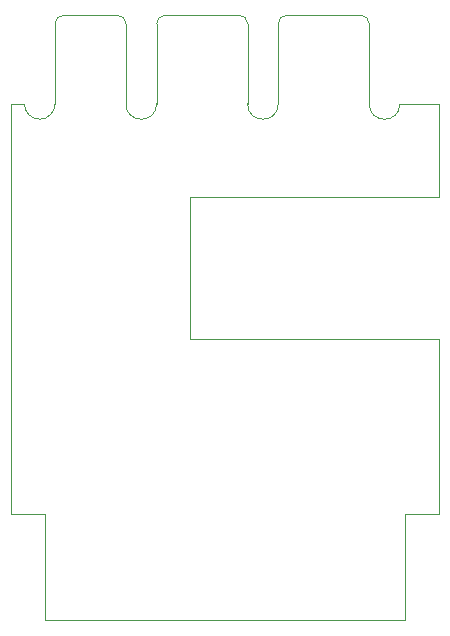
<source format=gbr>
%TF.GenerationSoftware,KiCad,Pcbnew,(6.0.5)*%
%TF.CreationDate,2023-02-05T19:42:25+01:00*%
%TF.ProjectId,PicoMemcard-rp2040zero,5069636f-4d65-46d6-9361-72642d727032,1.3.1*%
%TF.SameCoordinates,Original*%
%TF.FileFunction,Profile,NP*%
%FSLAX46Y46*%
G04 Gerber Fmt 4.6, Leading zero omitted, Abs format (unit mm)*
G04 Created by KiCad (PCBNEW (6.0.5)) date 2023-02-05 19:42:25*
%MOMM*%
%LPD*%
G01*
G04 APERTURE LIST*
%TA.AperFunction,Profile*%
%ADD10C,0.100000*%
%TD*%
G04 APERTURE END LIST*
D10*
X140550386Y-64100624D02*
G75*
G03*
X139850725Y-63399987I-681186J19424D01*
G01*
X130850000Y-70900000D02*
X131950000Y-70900000D01*
X150850272Y-64100620D02*
G75*
G03*
X150150725Y-63399987I-673572J27020D01*
G01*
X140550318Y-70900622D02*
G75*
G03*
X143150318Y-70900622I1300000J0D01*
G01*
X167050000Y-70899784D02*
X167050000Y-78810000D01*
X140550318Y-64100622D02*
X140550318Y-70900622D01*
X150850318Y-70900622D02*
G75*
G03*
X153450318Y-70900622I1300000J0D01*
G01*
X150850318Y-64100622D02*
X150850318Y-70900622D01*
X161150282Y-70900622D02*
G75*
G03*
X163750318Y-70899784I1300018J422D01*
G01*
X133700000Y-105600000D02*
X133700000Y-114620000D01*
X131950082Y-70900000D02*
G75*
G03*
X134550318Y-70899553I1300118J0D01*
G01*
X167050000Y-90810000D02*
X146010000Y-90810000D01*
X134550318Y-70899553D02*
X134550318Y-64100216D01*
X167050000Y-78810000D02*
X146010000Y-78810000D01*
X163750318Y-70899784D02*
X167050000Y-70899784D01*
X161150318Y-64100622D02*
X161150318Y-70900622D01*
X154150318Y-63400623D02*
G75*
G03*
X153449683Y-64100216I-26918J-673677D01*
G01*
X143150318Y-70900622D02*
X143149683Y-64100216D01*
X146010000Y-90810000D02*
X146010000Y-78810000D01*
X143850318Y-63400611D02*
G75*
G03*
X143149683Y-64100216I-19518J-681089D01*
G01*
X135250318Y-63400630D02*
G75*
G03*
X134550318Y-64100216I-19518J-680470D01*
G01*
X167050000Y-105600000D02*
X164200000Y-105600000D01*
X135250318Y-63400622D02*
X139850725Y-63399987D01*
X154150318Y-63400622D02*
X160450725Y-63399987D01*
X164200000Y-114620000D02*
X164200000Y-105600000D01*
X167050000Y-105600000D02*
X167050000Y-90810000D01*
X130850000Y-105600000D02*
X130850000Y-70900000D01*
X161150272Y-64100620D02*
G75*
G03*
X160450725Y-63399987I-673572J27020D01*
G01*
X130850000Y-105600000D02*
X133700000Y-105600000D01*
X153450318Y-70900622D02*
X153449683Y-64100216D01*
X143850318Y-63400622D02*
X150150725Y-63399987D01*
X164200000Y-114620000D02*
X133700000Y-114620000D01*
M02*

</source>
